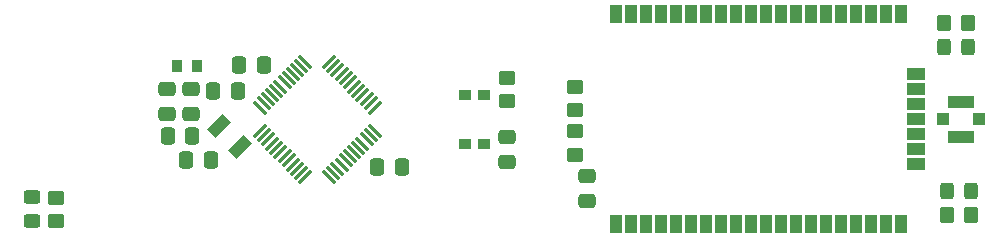
<source format=gtp>
G04 #@! TF.GenerationSoftware,KiCad,Pcbnew,(6.0.9)*
G04 #@! TF.CreationDate,2023-02-20T10:33:00+01:00*
G04 #@! TF.ProjectId,FLWSB-SAMDaaNo21,464c5753-422d-4534-914d-4461614e6f32,1.0*
G04 #@! TF.SameCoordinates,Original*
G04 #@! TF.FileFunction,Paste,Top*
G04 #@! TF.FilePolarity,Positive*
%FSLAX46Y46*%
G04 Gerber Fmt 4.6, Leading zero omitted, Abs format (unit mm)*
G04 Created by KiCad (PCBNEW (6.0.9)) date 2023-02-20 10:33:00*
%MOMM*%
%LPD*%
G01*
G04 APERTURE LIST*
G04 Aperture macros list*
%AMRoundRect*
0 Rectangle with rounded corners*
0 $1 Rounding radius*
0 $2 $3 $4 $5 $6 $7 $8 $9 X,Y pos of 4 corners*
0 Add a 4 corners polygon primitive as box body*
4,1,4,$2,$3,$4,$5,$6,$7,$8,$9,$2,$3,0*
0 Add four circle primitives for the rounded corners*
1,1,$1+$1,$2,$3*
1,1,$1+$1,$4,$5*
1,1,$1+$1,$6,$7*
1,1,$1+$1,$8,$9*
0 Add four rect primitives between the rounded corners*
20,1,$1+$1,$2,$3,$4,$5,0*
20,1,$1+$1,$4,$5,$6,$7,0*
20,1,$1+$1,$6,$7,$8,$9,0*
20,1,$1+$1,$8,$9,$2,$3,0*%
%AMRotRect*
0 Rectangle, with rotation*
0 The origin of the aperture is its center*
0 $1 length*
0 $2 width*
0 $3 Rotation angle, in degrees counterclockwise*
0 Add horizontal line*
21,1,$1,$2,0,0,$3*%
G04 Aperture macros list end*
%ADD10RoundRect,0.250000X-0.337500X-0.475000X0.337500X-0.475000X0.337500X0.475000X-0.337500X0.475000X0*%
%ADD11R,1.000000X1.000000*%
%ADD12R,2.200000X1.050000*%
%ADD13R,0.990600X0.889000*%
%ADD14RoundRect,0.250000X-0.325000X-0.450000X0.325000X-0.450000X0.325000X0.450000X-0.325000X0.450000X0*%
%ADD15RoundRect,0.250000X-0.450000X0.350000X-0.450000X-0.350000X0.450000X-0.350000X0.450000X0.350000X0*%
%ADD16RoundRect,0.250000X0.475000X-0.337500X0.475000X0.337500X-0.475000X0.337500X-0.475000X-0.337500X0*%
%ADD17R,1.016000X1.524000*%
%ADD18R,1.524000X1.016000*%
%ADD19RoundRect,0.250000X0.450000X-0.350000X0.450000X0.350000X-0.450000X0.350000X-0.450000X-0.350000X0*%
%ADD20R,0.900000X1.000000*%
%ADD21RoundRect,0.250000X0.450000X-0.325000X0.450000X0.325000X-0.450000X0.325000X-0.450000X-0.325000X0*%
%ADD22RoundRect,0.075000X-0.415425X-0.521491X0.521491X0.415425X0.415425X0.521491X-0.521491X-0.415425X0*%
%ADD23RoundRect,0.075000X0.415425X-0.521491X0.521491X-0.415425X-0.415425X0.521491X-0.521491X0.415425X0*%
%ADD24RoundRect,0.250000X0.337500X0.475000X-0.337500X0.475000X-0.337500X-0.475000X0.337500X-0.475000X0*%
%ADD25RotRect,1.000000X1.800000X315.000000*%
%ADD26RoundRect,0.250000X-0.350000X-0.450000X0.350000X-0.450000X0.350000X0.450000X-0.350000X0.450000X0*%
G04 APERTURE END LIST*
D10*
X102960074Y-76339145D03*
X105035074Y-76339145D03*
D11*
X164749311Y-78725000D03*
D12*
X166249311Y-80200000D03*
X166249311Y-77250000D03*
D11*
X167749311Y-78725000D03*
D13*
X124294999Y-80789998D03*
X124294999Y-76690002D03*
X125895001Y-80789998D03*
X125895001Y-76690002D03*
D14*
X164837000Y-72644000D03*
X166887000Y-72644000D03*
D15*
X133599141Y-79736329D03*
X133599141Y-81736329D03*
D16*
X127847800Y-82317500D03*
X127847800Y-80242500D03*
D17*
X137083000Y-87625000D03*
X138353000Y-87625000D03*
X139623000Y-87625000D03*
X140893000Y-87625000D03*
X142163000Y-87625000D03*
X143433000Y-87625000D03*
X144703000Y-87625000D03*
X145973000Y-87625000D03*
X147243000Y-87625000D03*
X148513000Y-87625000D03*
X149783000Y-87625000D03*
X151053000Y-87625000D03*
X152323000Y-87625000D03*
X153593000Y-87625000D03*
X154863000Y-87625000D03*
X156133000Y-87625000D03*
X157403000Y-87625000D03*
X158673000Y-87625000D03*
X159943000Y-87625000D03*
X161213000Y-87625000D03*
D18*
X162483000Y-82525000D03*
X162483000Y-81255000D03*
X162483000Y-79985000D03*
X162483000Y-78715000D03*
X162483000Y-77445000D03*
X162483000Y-76175000D03*
X162483000Y-74905000D03*
D17*
X161213000Y-69825000D03*
X159943000Y-69825000D03*
X158673000Y-69825000D03*
X157403000Y-69825000D03*
X156133000Y-69825000D03*
X154863000Y-69825000D03*
X153593000Y-69825000D03*
X152323000Y-69825000D03*
X151053000Y-69825000D03*
X149783000Y-69825000D03*
X148513000Y-69825000D03*
X147243000Y-69825000D03*
X145973000Y-69825000D03*
X144703000Y-69825000D03*
X143433000Y-69825000D03*
X142163000Y-69825000D03*
X140893000Y-69825000D03*
X139623000Y-69825000D03*
X138353000Y-69825000D03*
X137083000Y-69825000D03*
D15*
X127847800Y-75200000D03*
X127847800Y-77200000D03*
D19*
X133597705Y-77979754D03*
X133597705Y-75979754D03*
D20*
X99860509Y-74251432D03*
X101560509Y-74251432D03*
D16*
X101092000Y-78275000D03*
X101092000Y-76200000D03*
X99060000Y-78275000D03*
X99060000Y-76200000D03*
D21*
X87630000Y-87385000D03*
X87630000Y-85335000D03*
D10*
X116818500Y-82804000D03*
X118893500Y-82804000D03*
D22*
X106872124Y-79738788D03*
X107225678Y-80092342D03*
X107579231Y-80445895D03*
X107932785Y-80799449D03*
X108286338Y-81153002D03*
X108639891Y-81506555D03*
X108993445Y-81860109D03*
X109346998Y-82213662D03*
X109700551Y-82567215D03*
X110054105Y-82920769D03*
X110407658Y-83274322D03*
X110761212Y-83627876D03*
D23*
X112758788Y-83627876D03*
X113112342Y-83274322D03*
X113465895Y-82920769D03*
X113819449Y-82567215D03*
X114173002Y-82213662D03*
X114526555Y-81860109D03*
X114880109Y-81506555D03*
X115233662Y-81153002D03*
X115587215Y-80799449D03*
X115940769Y-80445895D03*
X116294322Y-80092342D03*
X116647876Y-79738788D03*
D22*
X116647876Y-77741212D03*
X116294322Y-77387658D03*
X115940769Y-77034105D03*
X115587215Y-76680551D03*
X115233662Y-76326998D03*
X114880109Y-75973445D03*
X114526555Y-75619891D03*
X114173002Y-75266338D03*
X113819449Y-74912785D03*
X113465895Y-74559231D03*
X113112342Y-74205678D03*
X112758788Y-73852124D03*
D23*
X110761212Y-73852124D03*
X110407658Y-74205678D03*
X110054105Y-74559231D03*
X109700551Y-74912785D03*
X109346998Y-75266338D03*
X108993445Y-75619891D03*
X108639891Y-75973445D03*
X108286338Y-76326998D03*
X107932785Y-76680551D03*
X107579231Y-77034105D03*
X107225678Y-77387658D03*
X106872124Y-77741212D03*
D24*
X102752564Y-82190734D03*
X100677564Y-82190734D03*
X107209500Y-74168000D03*
X105134500Y-74168000D03*
D25*
X105181177Y-81088430D03*
X103413411Y-79320664D03*
D14*
X165091000Y-84836000D03*
X167141000Y-84836000D03*
D16*
X134620000Y-85619500D03*
X134620000Y-83544500D03*
D24*
X101159739Y-80171673D03*
X99084739Y-80171673D03*
D19*
X89662000Y-87360000D03*
X89662000Y-85360000D03*
D26*
X164862000Y-70612000D03*
X166862000Y-70612000D03*
X165100000Y-86868000D03*
X167100000Y-86868000D03*
M02*

</source>
